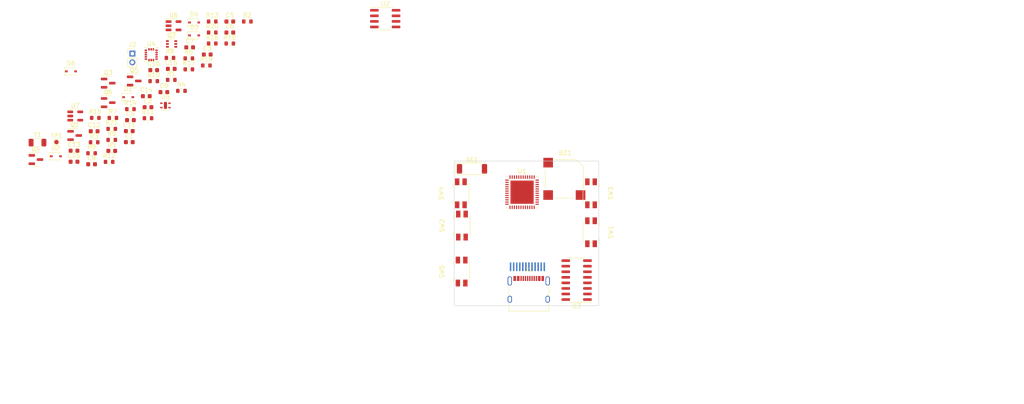
<source format=kicad_pcb>
(kicad_pcb (version 20211014) (generator pcbnew)
  (layers (0 "F.Cu" signal) (31 "B.Cu" signal) (34 "B.Paste" user) (35 "F.Paste" user) (36 "B.SilkS" user "B.Silkscreen") (37 "F.SilkS" user "F.Silkscreen") (38 "B.Mask" user) (39 "F.Mask" user) (44 "Edge.Cuts" user))
  (net 0 "")
  (net 1 "GND")
  (net 2 "Net-(C1-Pad2)")
  (net 3 "Net-(C2-Pad2)")
  (net 4 "+3V3")
  (net 5 "/BAT_DET")
  (net 6 "Net-(D2-Pad1)")
  (net 7 "Net-(D3-Pad2)")
  (net 8 "Net-(BZ1-Pad2)")
  (net 9 "/ESP_EN")
  (net 10 "+3.3VA")
  (net 11 "Net-(AE1-Pad1)")
  (net 12 "Net-(C10-Pad1)")
  (net 13 "+BATT")
  (net 14 "/VCC_SYS_IN")
  (net 15 "/GPIO21")
  (net 16 "/KEY1_RAW")
  (net 17 "/GPIO27")
  (net 18 "Net-(D5-Pad1)")
  (net 19 "/CH340_DTR")
  (net 20 "Net-(Q2-Pad5)")
  (net 21 "Net-(Q2-Pad2)")
  (net 22 "/KEY3")
  (net 23 "/CH340_RTS")
  (net 24 "/KEY4")
  (net 25 "/ESP_BOOT")
  (net 26 "/VCC_SYS")
  (net 27 "/BUZZ")
  (net 28 "/GPIO12")
  (net 32 "Net-(Q6-Pad3)")
  (net 33 "Net-(R1-Pad1)")
  (net 38 "/GPIO13")
  (net 39 "Net-(R4-Pad2)")
  (net 40 "Net-(R8-Pad2)")
  (net 41 "/CHG_DET")
  (net 42 "Net-(R21-Pad2)")
  (net 43 "/GPIO35")
  (net 44 "/GPIO5")
  (net 45 "/SENSOR_VP")
  (net 46 "/SENSOR_VN")
  (net 52 "/GPIO34")
  (net 53 "/GPIO32")
  (net 54 "/GPIO33")
  (net 61 "/GPIO14")
  (net 62 "/GPIO15")
  (net 64 "/GPIO2")
  (net 67 "VBUS")
  (net 68 "Net-(J1-PadB5)")
  (net 69 "/USB_PWR_DP")
  (net 70 "/USB_PWR_DM")
  (net 71 "Net-(J1-PadA5)")
  (net 72 "/GPIO4")
  (net 73 "/GPIO9")
  (net 74 "/GPIO10")
  (net 75 "/GPIO18")
  (net 76 "/GPIO23")
  (net 77 "/GPIO19")
  (net 78 "/CH340_TXD")
  (net 79 "/CH340_RXD")
  (footprint "Capacitor_SMD:C_0603_1608Metric" (layer "F.Cu") (at 101.172 91.602)
    (fp_text reference "C15" (at 0 -1.43) (layer "F.SilkS"))
    (fp_text value "100nF")
    (pad "1" smd roundrect locked (at -0.775 0) (size 0.9 0.95) (layers "F.Cu" "F.Paste" "F.Mask") (net 4 "+3V3"))
    (pad "2" smd roundrect locked (at 0.775 0) (size 0.9 0.95) (layers "F.Cu" "F.Paste" "F.Mask") (net 1 "GND"))
  )
  (footprint "Package_SO:SOIC-8_3.9x4.9mm_P1.27mm" (layer "F.Cu") (at 172.212 58.928)
    (fp_text reference "U2" (at 0 -3.4) (layer "F.SilkS"))
    (fp_text value "PCF8563T")
    (pad "1" smd roundrect locked (at -2.475 -1.905) (size 1.95 0.6) (layers "F.Cu" "F.Paste" "F.Mask") (net 2 "Net-(C1-Pad2)"))
    (pad "2" smd roundrect locked (at -2.475 -0.635) (size 1.95 0.6) (layers "F.Cu" "F.Paste" "F.Mask") (net 3 "Net-(C2-Pad2)"))
    (pad "3" smd roundrect locked (at -2.475 0.635) (size 1.95 0.6) (layers "F.Cu" "F.Paste" "F.Mask") (net 61 "/GPIO14"))
    (pad "4" smd roundrect locked (at -2.475 1.905) (size 1.95 0.6) (layers "F.Cu" "F.Paste" "F.Mask"))
    (pad "5" smd roundrect locked (at 2.475 1.905) (size 1.95 0.6) (layers "F.Cu" "F.Paste" "F.Mask") (net 74 "/GPIO10"))
    (pad "6" smd roundrect locked (at 2.475 0.635) (size 1.95 0.6) (layers "F.Cu" "F.Paste" "F.Mask") (net 73 "/GPIO9"))
    (pad "7" smd roundrect locked (at 2.475 -0.635) (size 1.95 0.6) (layers "F.Cu" "F.Paste" "F.Mask") (net 38 "/GPIO13"))
    (pad "8" smd roundrect locked (at 2.475 -1.905) (size 1.95 0.6) (layers "F.Cu" "F.Paste" "F.Mask") (net 4 "+3V3"))
  )
  (footprint "Resistor_SMD:R_0603_1608Metric" (layer "F.Cu") (at 125.692 75.422)
    (fp_text reference "R4" (at 0 -1.43) (layer "F.SilkS"))
    (fp_text value "20K")
    (pad "1" smd roundrect locked (at -0.825 0) (size 0.8 0.95) (layers "F.Cu" "F.Paste" "F.Mask") (net 4 "+3V3"))
    (pad "2" smd roundrect locked (at 0.825 0) (size 0.8 0.95) (layers "F.Cu" "F.Paste" "F.Mask") (net 39 "Net-(R4-Pad2)"))
  )
  (footprint "Package_TO_SOT_SMD:SOT-23" (layer "F.Cu") (at 114.912 73.162)
    (fp_text reference "Q5" (at 0 -2.4) (layer "F.SilkS"))
    (fp_text value "AO3400 Q_NMOS_GSD")
    (pad "1" smd roundrect locked (at -0.9375 -0.95) (size 1.475 0.6) (layers "F.Cu" "F.Paste" "F.Mask") (net 27 "/BUZZ"))
    (pad "2" smd roundrect locked (at -0.9375 0.95) (size 1.475 0.6) (layers "F.Cu" "F.Paste" "F.Mask") (net 1 "GND"))
    (pad "3" smd roundrect locked (at 0.9375 0) (size 1.475 0.6) (layers "F.Cu" "F.Paste" "F.Mask") (net 8 "Net-(BZ1-Pad2)"))
  )
  (footprint "Sensor_Humidity:Sensirion_DFN-4-1EP_2x2mm_P1mm_EP0.7x1.6mm" (layer "F.Cu") (at 122.042 78.742)
    (fp_text reference "U5" (at 0 -1.95) (layer "F.SilkS"))
    (fp_text value "SHTC3")
    (pad "1" smd roundrect locked (at -0.925 -0.5) (size 0.55 0.35) (layers "F.Cu" "F.Mask") (net 4 "+3V3"))
    (pad "2" smd roundrect locked (at -0.925 0.5) (size 0.55 0.35) (layers "F.Cu" "F.Mask") (net 62 "/GPIO15"))
    (pad "3" smd roundrect locked (at 0.925 0.5) (size 0.55 0.35) (layers "F.Cu" "F.Mask") (net 77 "/GPIO19"))
    (pad "4" smd roundrect locked (at 0.925 -0.5) (size 0.55 0.35) (layers "F.Cu" "F.Mask") (net 1 "GND"))
    (pad "5" smd roundrect locked (at 0 0) (size 0.7 1.6) (layers "F.Cu" "F.Mask"))
  )
  (footprint "Capacitor_SMD:C_0603_1608Metric" (layer "F.Cu") (at 109.782 89.122)
    (fp_text reference "D5" (at 0 -1.43) (layer "F.SilkS"))
    (fp_text value "LED_Small")
    (pad "1" smd roundrect locked (at -0.775 0) (size 0.9 0.95) (layers "F.Cu" "F.Paste" "F.Mask") (net 18 "Net-(D5-Pad1)"))
    (pad "2" smd roundrect locked (at 0.775 0) (size 0.9 0.95) (layers "F.Cu" "F.Paste" "F.Mask") (net 67 "VBUS"))
  )
  (footprint "Resistor_SMD:R_0603_1608Metric" (layer "F.Cu") (at 131.392 69.632)
    (fp_text reference "R19" (at 0 -1.43) (layer "F.SilkS"))
    (fp_text value "20K")
    (pad "1" smd roundrect locked (at -0.825 0) (size 0.8 0.95) (layers "F.Cu" "F.Paste" "F.Mask") (net 27 "/BUZZ"))
    (pad "2" smd roundrect locked (at 0.825 0) (size 0.8 0.95) (layers "F.Cu" "F.Paste" "F.Mask") (net 1 "GND"))
  )
  (footprint "Resistor_SMD:R_0603_1608Metric" (layer "F.Cu") (at 110.042 81.592)
    (fp_text reference "R7" (at 0 -1.43) (layer "F.SilkS"))
    (fp_text value "10K")
    (pad "1" smd roundrect locked (at -0.825 0) (size 0.8 0.95) (layers "F.Cu" "F.Paste" "F.Mask") (net 4 "+3V3"))
    (pad "2" smd roundrect locked (at 0.825 0) (size 0.8 0.95) (layers "F.Cu" "F.Paste" "F.Mask") (net 9 "/ESP_EN"))
  )
  (footprint "Capacitor_SMD:C_0603_1608Metric" (layer "F.Cu") (at 127.572 65.492)
    (fp_text reference "C7" (at 0 -1.43) (layer "F.SilkS"))
    (fp_text value "10nF")
    (pad "1" smd roundrect locked (at -0.775 0) (size 0.9 0.95) (layers "F.Cu" "F.Paste" "F.Mask") (net 4 "+3V3"))
    (pad "2" smd roundrect locked (at 0.775 0) (size 0.9 0.95) (layers "F.Cu" "F.Paste" "F.Mask") (net 1 "GND"))
  )
  (footprint "Capacitor_SMD:C_0603_1608Metric" (layer "F.Cu") (at 113.792 87.122)
    (fp_text reference "C1" (at 0 -1.43) (layer "F.SilkS"))
    (fp_text value "100nF")
    (pad "1" smd roundrect locked (at -0.775 0) (size 0.9 0.95) (layers "F.Cu" "F.Paste" "F.Mask") (net 1 "GND"))
    (pad "2" smd roundrect locked (at 0.775 0) (size 0.9 0.95) (layers "F.Cu" "F.Paste" "F.Mask") (net 2 "Net-(C1-Pad2)"))
  )
  (footprint "Package_TO_SOT_SMD:SOT-23" (layer "F.Cu") (at 108.972 78.112)
    (fp_text reference "Q6" (at 0 -2.4) (layer "F.SilkS"))
    (fp_text value "AO3400 Q_NMOS_GSD")
    (pad "1" smd roundrect locked (at -0.9375 -0.95) (size 1.475 0.6) (layers "F.Cu" "F.Paste" "F.Mask") (net 28 "/GPIO12"))
    (pad "2" smd roundrect locked (at -0.9375 0.95) (size 1.475 0.6) (layers "F.Cu" "F.Paste" "F.Mask") (net 1 "GND"))
    (pad "3" smd roundrect locked (at 0.9375 0) (size 1.475 0.6) (layers "F.Cu" "F.Paste" "F.Mask") (net 32 "Net-(Q6-Pad3)"))
  )
  (footprint "Button_Switch_SMD:Panasonic_EVQPUJ_EVQPUA" (layer "F.Cu") (at 189.484 98.806 90)
    (fp_text reference "SW4" (at 0 -4.5 90) (layer "F.SilkS"))
    (fp_text value "SW_Push")
    (pad "1" smd rect locked (at -2.625 -0.85 270) (size 1.55 1) (layers "F.Cu" "F.Paste" "F.Mask") (net 1 "GND"))
    (pad "1" smd rect locked (at 2.625 -0.85 270) (size 1.55 1) (layers "F.Cu" "F.Paste" "F.Mask") (net 1 "GND"))
    (pad "2" smd rect locked (at -2.625 0.85 270) (size 1.55 1) (layers "F.Cu" "F.Paste" "F.Mask") (net 24 "/KEY4"))
    (pad "2" smd rect locked (at 2.625 0.85 270) (size 1.55 1) (layers "F.Cu" "F.Paste" "F.Mask") (net 24 "/KEY4"))
  )
  (footprint "Resistor_SMD:R_0603_1608Metric" (layer "F.Cu") (at 132.722 62.102)
    (fp_text reference "R20" (at 0 -1.43) (layer "F.SilkS"))
    (fp_text value "10K")
    (pad "1" smd roundrect locked (at -0.825 0) (size 0.8 0.95) (layers "F.Cu" "F.Paste" "F.Mask") (net 1 "GND"))
    (pad "2" smd roundrect locked (at 0.825 0) (size 0.8 0.95) (layers "F.Cu" "F.Paste" "F.Mask") (net 28 "/GPIO12"))
  )
  (footprint "Diode_SMD:D_SOD-323" (layer "F.Cu") (at 97.042 90.352)
    (fp_text reference "D2" (at 0 -1.85) (layer "F.SilkS"))
    (fp_text value "D_Small")
    (pad "1" smd rect locked (at -1.05 0) (size 0.6 0.45) (layers "F.Cu" "F.Paste" "F.Mask") (net 6 "Net-(D2-Pad1)"))
    (pad "2" smd rect locked (at 1.05 0) (size 0.6 0.45) (layers "F.Cu" "F.Paste" "F.Mask") (net 15 "/GPIO21"))
  )
  (footprint "Capacitor_SMD:C_0603_1608Metric" (layer "F.Cu") (at 118.062 79.152)
    (fp_text reference "C2" (at 0 -1.43) (layer "F.SilkS"))
    (fp_text value "100nF")
    (pad "1" smd roundrect locked (at -0.775 0) (size 0.9 0.95) (layers "F.Cu" "F.Paste" "F.Mask") (net 1 "GND"))
    (pad "2" smd roundrect locked (at 0.775 0) (size 0.9 0.95) (layers "F.Cu" "F.Paste" "F.Mask") (net 3 "Net-(C2-Pad2)"))
  )
  (footprint "Resistor_SMD:R_0603_1608Metric" (layer "F.Cu") (at 132.722 59.592)
    (fp_text reference "R13" (at 0 -1.43) (layer "F.SilkS"))
    (fp_text value "10K")
    (pad "1" smd roundrect locked (at -0.825 0) (size 0.8 0.95) (layers "F.Cu" "F.Paste" "F.Mask") (net 4 "+3V3"))
    (pad "2" smd roundrect locked (at 0.825 0) (size 0.8 0.95) (layers "F.Cu" "F.Paste" "F.Mask") (net 41 "/CHG_DET"))
  )
  (footprint "Resistor_SMD:R_0603_1608Metric" (layer "F.Cu") (at 136.732 64.612)
    (fp_text reference "R18" (at 0 -1.43) (layer "F.SilkS"))
    (fp_text value "10K")
    (pad "1" smd roundrect locked (at -0.825 0) (size 0.8 0.95) (layers "F.Cu" "F.Paste" "F.Mask") (net 4 "+3V3"))
    (pad "2" smd roundrect locked (at 0.825 0) (size 0.8 0.95) (layers "F.Cu" "F.Paste" "F.Mask") (net 17 "/GPIO27"))
  )
  (footprint "Capacitor_SMD:C_0603_1608Metric" (layer "F.Cu") (at 131.582 67.122)
    (fp_text reference "C3" (at 0 -1.43) (layer "F.SilkS"))
    (fp_text value "100nF")
    (pad "1" smd roundrect locked (at -0.775 0) (size 0.9 0.95) (layers "F.Cu" "F.Paste" "F.Mask") (net 4 "+3V3"))
    (pad "2" smd roundrect locked (at 0.775 0) (size 0.9 0.95) (layers "F.Cu" "F.Paste" "F.Mask") (net 1 "GND"))
  )
  (footprint "Button_Switch_SMD:Panasonic_EVQPUJ_EVQPUA" (layer "F.Cu") (at 219.202 107.696 -90)
    (fp_text reference "SW1" (at 0 -4.5 90) (layer "F.SilkS"))
    (fp_text value "SW_Push")
    (pad "1" smd rect locked (at 2.625 -0.85 90) (size 1.55 1) (layers "F.Cu" "F.Paste" "F.Mask") (net 1 "GND"))
    (pad "1" smd rect locked (at -2.625 -0.85 90) (size 1.55 1) (layers "F.Cu" "F.Paste" "F.Mask") (net 1 "GND"))
    (pad "2" smd rect locked (at 2.625 0.85 90) (size 1.55 1) (layers "F.Cu" "F.Paste" "F.Mask") (net 16 "/KEY1_RAW"))
    (pad "2" smd rect locked (at -2.625 0.85 90) (size 1.55 1) (layers "F.Cu" "F.Paste" "F.Mask") (net 16 "/KEY1_RAW"))
  )
  (footprint "Capacitor_SMD:C_0603_1608Metric" (layer "F.Cu") (at 105.182 92.172)
    (fp_text reference "C8" (at 0 -1.43) (layer "F.SilkS"))
    (fp_text value "1uF")
    (pad "1" smd roundrect locked (at -0.775 0) (size 0.9 0.95) (layers "F.Cu" "F.Paste" "F.Mask") (net 9 "/ESP_EN"))
    (pad "2" smd roundrect locked (at 0.775 0) (size 0.9 0.95) (layers "F.Cu" "F.Paste" "F.Mask") (net 1 "GND"))
  )
  (footprint "Capacitor_SMD:C_0603_1608Metric" (layer "F.Cu") (at 136.732 59.592)
    (fp_text reference "C5" (at 0 -1.43) (layer "F.SilkS"))
    (fp_text value "2.2uF")
    (pad "1" smd roundrect locked (at -0.775 0) (size 0.9 0.95) (layers "F.Cu" "F.Paste" "F.Mask") (net 4 "+3V3"))
    (pad "2" smd roundrect locked (at 0.775 0) (size 0.9 0.95) (layers "F.Cu" "F.Paste" "F.Mask") (net 1 "GND"))
  )
  (footprint "Capacitor_SMD:C_0603_1608Metric" (layer "F.Cu") (at 105.772 84.642)
    (fp_text reference "C12" (at 0 -1.43) (layer "F.SilkS"))
    (fp_text value "10uF")
    (pad "1" smd roundrect locked (at -0.775 0) (size 0.9 0.95) (layers "F.Cu" "F.Paste" "F.Mask") (net 13 "+BATT"))
    (pad "2" smd roundrect locked (at 0.775 0) (size 0.9 0.95) (layers "F.Cu" "F.Paste" "F.Mask") (net 1 "GND"))
  )
  (footprint "Package_TO_SOT_SMD:SOT-23" (layer "F.Cu") (at 101.322 85.612)
    (fp_text reference "Q1" (at 0 -2.4) (layer "F.SilkS"))
    (fp_text value "AO3401 Q_PMOS_GSD")
    (pad "1" smd roundrect locked (at -0.9375 -0.95) (size 1.475 0.6) (layers "F.Cu" "F.Paste" "F.Mask") (net 67 "VBUS"))
    (pad "2" smd roundrect locked (at -0.9375 0.95) (size 1.475 0.6) (layers "F.Cu" "F.Paste" "F.Mask") (net 14 "/VCC_SYS_IN"))
    (pad "3" smd roundrect locked (at 0.9375 0) (size 1.475 0.6) (layers "F.Cu" "F.Paste" "F.Mask") (net 13 "+BATT"))
  )
  (footprint "Package_LGA:LGA-16_3x3mm_P0.5mm_LayoutBorder3x5y" (layer "F.Cu") (at 118.792 67.162)
    (fp_text reference "U4" (at 0 -2.45) (layer "F.SilkS"))
    (fp_text value "ICM-20602")
    (pad "1" smd roundrect locked (at -1.225 -1) (size 0.55 0.35) (layers "F.Cu" "F.Paste" "F.Mask") (net 4 "+3V3"))
    (pad "2" smd roundrect locked (at -1.225 -0.5) (size 0.55 0.35) (layers "F.Cu" "F.Paste" "F.Mask") (net 54 "/GPIO33"))
    (pad "3" smd roundrect locked (at -1.225 0) (size 0.55 0.35) (layers "F.Cu" "F.Paste" "F.Mask") (net 53 "/GPIO32"))
    (pad "4" smd roundrect locked (at -1.225 0.5) (size 0.55 0.35) (layers "F.Cu" "F.Paste" "F.Mask") (net 33 "Net-(R1-Pad1)"))
    (pad "5" smd roundrect locked (at -1.225 1) (size 0.55 0.35) (layers "F.Cu" "F.Paste" "F.Mask") (net 39 "Net-(R4-Pad2)"))
    (pad "6" smd roundrect locked (at -0.5 1.225) (size 0.35 0.55) (layers "F.Cu" "F.Paste" "F.Mask") (net 52 "/GPIO34"))
    (pad "7" smd roundrect locked (at 0 1.225) (size 0.35 0.55) (layers "F.Cu" "F.Paste" "F.Mask"))
    (pad "8" smd roundrect locked (at 0.5 1.225) (size 0.35 0.55) (layers "F.Cu" "F.Paste" "F.Mask") (net 1 "GND"))
    (pad "9" smd roundrect locked (at 1.225 1) (size 0.55 0.35) (layers "F.Cu" "F.Paste" "F.Mask") (net 1 "GND"))
    (pad "10" smd roundrect locked (at 1.225 0.5) (size 0.55 0.35) (layers "F.Cu" "F.Paste" "F.Mask") (net 1 "GND"))
    (pad "11" smd roundrect locked (at 1.225 0) (size 0.55 0.35) (layers "F.Cu" "F.Paste" "F.Mask") (net 1 "GND"))
    (pad "12" smd roundrect locked (at 1.225 -0.5) (size 0.55 0.35) (layers "F.Cu" "F.Paste" "F.Mask") (net 1 "GND"))
    (pad "13" smd roundrect locked (at 1.225 -1) (size 0.55 0.35) (layers "F.Cu" "F.Paste" "F.Mask") (net 1 "GND"))
    (pad "14" smd roundrect locked (at 0.5 -1.225) (size 0.35 0.55) (layers "F.Cu" "F.Paste" "F.Mask"))
    (pad "15" smd roundrect locked (at 0 -1.225) (size 0.35 0.55) (layers "F.Cu" "F.Paste" "F.Mask") (net 1 "GND"))
    (pad "16" smd roundrect locked (at -0.5 -1.225) (size 0.35 0.55) (layers "F.Cu" "F.Paste" "F.Mask") (net 4 "+3V3"))
  )
  (footprint "Diode_SMD:D_SOD-323" (layer "F.Cu") (at 128.592 59.812)
    (fp_text reference "D4" (at 0 -1.85) (layer "F.SilkS"))
    (fp_text value "D_Small")
    (pad "1" smd rect locked (at -1.05 0) (size 0.6 0.45) (layers "F.Cu" "F.Paste" "F.Mask") (net 16 "/KEY1_RAW"))
    (pad "2" smd rect locked (at 1.05 0) (size 0.6 0.45) (layers "F.Cu" "F.Paste" "F.Mask") (net 17 "/GPIO27"))
  )
  (footprint "Resistor_SMD:R_0603_1608Metric" (layer "F.Cu") (at 127.382 70.512)
    (fp_text reference "R17" (at 0 -1.43) (layer "F.SilkS"))
    (fp_text value "10K")
    (pad "1" smd roundrect locked (at -0.825 0) (size 0.8 0.95) (layers "F.Cu" "F.Paste" "F.Mask") (net 20 "Net-(Q2-Pad5)"))
    (pad "2" smd roundrect locked (at 0.825 0) (size 0.8 0.95) (layers "F.Cu" "F.Paste" "F.Mask") (net 19 "/CH340_DTR"))
  )
  (footprint "Resistor_SMD:R_0603_1608Metric" (layer "F.Cu") (at 127.382 68.002)
    (fp_text reference "R6" (at 0 -1.43) (layer "F.SilkS"))
    (fp_text value "20K")
    (pad "1" smd roundrect locked (at -0.825 0) (size 0.8 0.95) (layers "F.Cu" "F.Paste" "F.Mask") (net 14 "/VCC_SYS_IN"))
    (pad "2" smd roundrect locked (at 0.825 0) (size 0.8 0.95) (layers "F.Cu" "F.Paste" "F.Mask") (net 7 "Net-(D3-Pad2)"))
  )
  (footprint "Capacitor_SMD:C_0603_1608Metric" (layer "F.Cu") (at 101.172 89.092)
    (fp_text reference "C13" (at 0 -1.43) (layer "F.SilkS"))
    (fp_text value "100nF")
    (pad "1" smd roundrect locked (at -0.775 0) (size 0.9 0.95) (layers "F.Cu" "F.Paste" "F.Mask") (net 13 "+BATT"))
    (pad "2" smd roundrect locked (at 0.775 0) (size 0.9 0.95) (layers "F.Cu" "F.Paste" "F.Mask") (net 1 "GND"))
  )
  (footprint "Resistor_SMD:R_0603_1608Metric" (layer "F.Cu") (at 106.032 81.592)
    (fp_text reference "R15" (at 0 -1.43) (layer "F.SilkS"))
    (fp_text value "100K")
    (pad "1" smd roundrect locked (at -0.825 0) (size 0.8 0.95) (layers "F.Cu" "F.Paste" "F.Mask") (net 5 "/BAT_DET"))
    (pad "2" smd roundrect locked (at 0.825 0) (size 0.8 0.95) (layers "F.Cu" "F.Paste" "F.Mask") (net 1 "GND"))
  )
  (footprint "Resistor_SMD:R_0603_1608Metric" (layer "F.Cu") (at 132.722 64.612)
    (fp_text reference "R16" (at 0 -1.43) (layer "F.SilkS"))
    (fp_text value "10K")
    (pad "1" smd roundrect locked (at -0.825 0) (size 0.8 0.95) (layers "F.Cu" "F.Paste" "F.Mask") (net 23 "/CH340_RTS"))
    (pad "2" smd roundrect locked (at 0.825 0) (size 0.8 0.95) (layers "F.Cu" "F.Paste" "F.Mask") (net 21 "Net-(Q2-Pad2)"))
  )
  (footprint "Resistor_SMD:R_0603_1608Metric" (layer "F.Cu") (at 123.372 72.912)
    (fp_text reference "R1" (at 0 -1.43) (layer "F.SilkS"))
    (fp_text value "20K")
    (pad "1" smd roundrect locked (at -0.825 0) (size 0.8 0.95) (layers "F.Cu" "F.Paste" "F.Mask") (net 33 "Net-(R1-Pad1)"))
    (pad "2" smd roundrect locked (at 0.825 0) (size 0.8 0.95) (layers "F.Cu" "F.Paste" "F.Mask") (net 1 "GND"))
  )
  (footprint "Package_TO_SOT_SMD:SOT-23-5" (layer "F.Cu") (at 101.452 81.162)
    (fp_text reference "U7" (at 0 -2.4) (layer "F.SilkS"))
    (fp_text value "MCP73831-2-OT")
    (pad "1" smd roundrect locked (at -1.1375 -0.95) (size 1.325 0.6) (layers "F.Cu" "F.Paste" "F.Mask") (net 41 "/CHG_DET"))
    (pad "2" smd roundrect locked (at -1.1375 0) (size 1.325 0.6) (layers "F.Cu" "F.Paste" "F.Mask") (net 1 "GND"))
    (pad "3" smd roundrect locked (at -1.1375 0.95) (size 1.325 0.6) (layers "F.Cu" "F.Paste" "F.Mask") (net 13 "+BATT"))
    (pad "4" smd roundrect locked (at 1.1375 0.95) (size 1.325 0.6) (layers "F.Cu" "F.Paste" "F.Mask") (net 67 "VBUS"))
    (pad "5" smd roundrect locked (at 1.1375 -0.95) (size 1.325 0.6) (layers "F.Cu" "F.Paste" "F.Mask") (net 40 "Net-(R8-Pad2)"))
  )
  (footprint "Package_TO_SOT_SMD:SOT-23-5" (layer "F.Cu") (at 123.892 60.562)
    (fp_text reference "U6" (at 0 -2.4) (layer "F.SilkS"))
    (fp_text value "MIC5219-3.3YM5")
    (pad "1" smd roundrect locked (at -1.1375 -0.95) (size 1.325 0.6) (layers "F.Cu" "F.Paste" "F.Mask") (net 26 "/VCC_SYS"))
    (pad "2" smd roundrect locked (at -1.1375 0) (size 1.325 0.6) (layers "F.Cu" "F.Paste" "F.Mask") (net 1 "GND"))
    (pad "3" smd roundrect locked (at -1.1375 0.95) (size 1.325 0.6) (layers "F.Cu" "F.Paste" "F.Mask") (net 26 "/VCC_SYS"))
    (pad "4" smd roundrect locked (at 1.1375 0.95) (size 1.325 0.6) (layers "F.Cu" "F.Paste" "F.Mask") (net 12 "Net-(C10-Pad1)"))
    (pad "5" smd roundrect locked (at 1.1375 -0.95) (size 1.325 0.6) (layers "F.Cu" "F.Paste" "F.Mask") (net 4 "+3V3"))
  )
  (footprint "Resistor_SMD:R_0603_1608Metric" (layer "F.Cu") (at 109.782 84.102)
    (fp_text reference "R21" (at 0 -1.43) (layer "F.SilkS"))
    (fp_text value "10R")
    (pad "1" smd roundrect locked (at -0.825 0) (size 0.8 0.95) (layers "F.Cu" "F.Paste" "F.Mask") (net 32 "Net-(Q6-Pad3)"))
    (pad "2" smd roundrect locked (at 0.825 0) (size 0.8 0.95) (layers "F.Cu" "F.Paste" "F.Mask") (net 42 "Net-(R21-Pad2)"))
  )
  (footprint "RF_Antenna:Johanson_2450AT43F0100" (layer "F.Cu") (at 192.024 93.218)
    (fp_text reference "AE1" (at 0 -2.05) (layer "F.SilkS"))
    (fp_text value "Antenna")
    (pad "1" smd roundrect locked (at -2.85 0) (size 1.2 2.2) (layers "F.Cu" "F.Paste" "F.Mask") (roundrect_rratio 0.208333) (net 11 "Net-(AE1-Pad1)"))
    (pad "2" smd roundrect locked (at 2.85 0) (size 1.2 2.2) (layers "F.Cu" "F.Paste" "F.Mask") (roundrect_rratio 0.208333))
  )
  (footprint "Capacitor_SMD:C_0603_1608Metric" (layer "F.Cu") (at 119.362 70.692)
    (fp_text reference "C10" (at 0 -1.43) (layer "F.SilkS"))
    (fp_text value "10nF")
    (pad "1" smd roundrect locked (at -0.775 0) (size 0.9 0.95) (layers "F.Cu" "F.Paste" "F.Mask") (net 12 "Net-(C10-Pad1)"))
    (pad "2" smd roundrect locked (at 0.775 0) (size 0.9 0.95) (layers "F.Cu" "F.Paste" "F.Mask") (net 1 "GND"))
  )
  (footprint "Buzzer_Beeper:MagneticBuzzer_Kobitone_254-EMB84Q-RO" (layer "F.Cu") (at 213.106 95.504)
    (fp_text reference "BZ1" (at 0.2 -5.9) (layer "F.SilkS"))
    (fp_text value "Buzzer")
    (pad "1" smd rect locked (at -3.7 -3.7 270) (size 2.195 2.195) (layers "F.Cu" "F.Paste" "F.Mask") (net 4 "+3V3"))
    (pad "2" smd rect locked (at -3.7 3.7 270) (size 2.195 2.195) (layers "F.Cu" "F.Paste" "F.Mask") (net 8 "Net-(BZ1-Pad2)"))
    (pad "3" smd rect locked (at 3.7 3.7 270) (size 2.195 2.195) (layers "F.Cu" "F.Paste" "F.Mask"))
  )
  (footprint "Resistor_SMD:R_0603_1608Metric" (layer "F.Cu") (at 109.782 86.612)
    (fp_text reference "R5" (at 0 -1.43) (layer "F.SilkS"))
    (fp_text value "20K")
    (pad "1" smd roundrect locked (at -0.825 0) (size 0.8 0.95) (layers "F.Cu" "F.Paste" "F.Mask") (net 6 "Net-(D2-Pad1)"))
    (pad "2" smd roundrect locked (at 0.825 0) (size 0.8 0.95) (layers "F.Cu" "F.Paste" "F.Mask") (net 1 "GND"))
  )
  (footprint "Button_Switch_SMD:Panasonic_EVQPUJ_EVQPUA" (layer "F.Cu") (at 189.65 116.671 90)
    (fp_text reference "SW5" (at 0 -4.5 90) (layer "F.SilkS"))
    (fp_text value "SW_Push")
    (pad "1" smd rect locked (at -2.625 -0.85 270) (size 1.55 1) (layers "F.Cu" "F.Paste" "F.Mask") (net 1 "GND"))
    (pad "1" smd rect locked (at 2.625 -0.85 270) (size 1.55 1) (layers "F.Cu" "F.Paste" "F.Mask") (net 1 "GND"))
    (pad "2" smd rect locked (at 2.625 0.85 270) (size 1.55 1) (layers "F.Cu" "F.Paste" "F.Mask") (net 44 "/GPIO5"))
    (pad "2" smd rect locked (at -2.625 0.85 270) (size 1.55 1) (layers "F.Cu" "F.Paste" "F.Mask") (net 44 "/GPIO5"))
  )
  (footprint "Capacitor_SMD:C_0603_1608Metric" (layer "F.Cu") (at 121.682 75.712)
    (fp_text reference "C9" (at 0 -1.43) (layer "F.SilkS"))
    (fp_text value "10uF")
    (pad "1" smd roundrect locked (at -0.775 0) (size 0.9 0.95) (layers "F.Cu" "F.Paste" "F.Mask") (net 1 "GND"))
    (pad "2" smd roundrect locked (at 0.775 0) (size 0.9 0.95) (layers "F.Cu" "F.Paste" "F.Mask") (net 67 "VBUS"))
  )
  (footprint "Resistor_SMD:R_0603_1608Metric" (layer "F.Cu") (at 105.182 89.662)
    (fp_text reference "R9" (at 0 -1.43) (layer "F.SilkS"))
    (fp_text value "5.1K")
    (pad "1" smd roundrect locked (at -0.825 0) (size 0.8 0.95) (layers "F.Cu" "F.Paste" "F.Mask") (net 68 "Net-(J1-PadB5)"))
    (pad "2" smd roundrect locked (at 0.825 0) (size 0.8 0.95) (layers "F.Cu" "F.Paste" "F.Mask") (net 1 "GND"))
  )
  (footprint "Package_TO_SOT_SMD:SOT-363_SC-70-6" (layer "F.Cu") (at 123.442 64.712)
    (fp_text reference "Q2" (at 0 -2) (layer "F.SilkS"))
    (fp_text value "BC847BS")
    (pad "1" smd rect locked (at -0.95 -0.65) (size 0.65 0.4) (layers "F.Cu" "F.Paste" "F.Mask") (net 19 "/CH340_DTR"))
    (pad "2" smd rect locked (at -0.95 0) (size 0.65 0.4) (layers "F.Cu" "F.Paste" "F.Mask") (net 21 "Net-(Q2-Pad2)"))
    (pad "3" smd rect locked (at -0.95 0.65) (size 0.65 0.4) (layers "F.Cu" "F.Paste" "F.Mask") (net 9 "/ESP_EN"))
    (pad "4" smd rect locked (at 0.95 0.65) (size 0.65 0.4) (layers "F.Cu" "F.Paste" "F.Mask") (net 23 "/CH340_RTS"))
    (pad "5" smd rect locked (at 0.95 0) (size 0.65 0.4) (layers "F.Cu" "F.Paste" "F.Mask") (net 20 "Net-(Q2-Pad5)"))
    (pad "6" smd rect locked (at 0.95 -0.65) (size 0.65 0.4) (layers "F.Cu" "F.Paste" "F.Mask") (net 25 "/ESP_BOOT"))
  )
  (footprint "Package_SO:SOIC-16_3.9x9.9mm_P1.27mm" (layer "F.Cu") (at 215.9 118.618 180)
    (fp_text reference "U3" (at 0 -5.9) (layer "F.SilkS"))
    (fp_text value "CH340C")
    (pad "1" smd roundrect locked (at -2.475 -4.445 180) (size 1.95 0.6) (layers "F.Cu" "F.Paste" "F.Mask") (net 1 "GND"))
    (pad "2" smd roundrect locked (at -2.475 -3.175 180) (size 1.95 0.6) (layers "F.Cu" "F.Paste" "F.Mask") (net 78 "/CH340_TXD"))
    (pad "3" smd roundrect locked (at -2.475 -1.905 180) (size 1.95 0.6) (layers "F.Cu" "F.Paste" "F.Mask") (net 79 "/CH340_RXD"))
    (pad "4" smd roundrect locked (at -2.475 -0.635 180) (size 1.95 0.6) (layers "F.Cu" "F.Paste" "F.Mask") (net 4 "+3V3"))
    (pad "5" smd roundrect locked (at -2.475 0.635 180) (size 1.95 0.6) (layers "F.Cu" "F.Paste" "F.Mask") (net 69 "/USB_PWR_DP"))
    (pad "6" smd roundrect locked (at -2.475 1.905 180) (size 1.95 0.6) (layers "F.Cu" "F.Paste" "F.Mask") (net 70 "/USB_PWR_DM"))
    (pad "7" smd roundrect locked (at -2.475 3.175 180) (size 1.95 0.6) (layers "F.Cu" "F.Paste" "F.Mask"))
    (pad "8" smd roundrect locked (at -2.475 4.445 180) (size 1.95 0.6) (layers "F.Cu" "F.Paste" "F.Mask"))
    (pad "9" smd roundrect locked (at 2.475 4.445 180) (size 1.95 0.6) (layers "F.Cu" "F.Paste" "F.Mask"))
    (pad "10" smd roundrect locked (at 2.475 3.175 180) (size 1.95 0.6) (layers "F.Cu" "F.Paste" "F.Mask"))
    (pad "11" smd roundrect locked (at 2.475 1.905 180) (size 1.95 0.6) (layers "F.Cu" "F.Paste" "F.Mask"))
    (pad "12" smd roundrect locked (at 2.475 0.635 180) (size 1.95 0.6) (layers "F.Cu" "F.Paste" "F.Mask"))
    (pad "13" smd roundrect locked (at 2.475 -0.635 180) (size 1.95 0.6) (layers "F.Cu" "F.Paste" "F.Mask") (net 19 "/CH340_DTR"))
    (pad "14" smd roundrect locked (at 2.475 -1.905 180) (size 1.95 0.6) (layers "F.Cu" "F.Paste" "F.Mask") (net 23 "/CH340_RTS"))
    (pad "15" smd roundrect locked (at 2.475 -3.175 180) (size 1.95 0.6) (layers "F.Cu" "F.Paste" "F.Mask"))
    (pad "16" smd roundrect locked (at 2.475 -4.445 180) (size 1.95 0.6) (layers "F.Cu" "F.Paste" "F.Mask") (net 4 "+3V3"))
  )
  (footprint "Diode_SMD:D_SOD-323" (layer "F.Cu") (at 100.472 70.962)
    (fp_text reference "D6" (at 0 -1.85) (layer "F.SilkS"))
    (fp_text value "D_Small")
    (pad "1" smd rect locked (at -1.05 0) (size 0.6 0.45) (layers "F.Cu" "F.Paste" "F.Mask") (net 4 "+3V3"))
    (pad "2" smd rect locked (at 1.05 0) (size 0.6 0.45) (layers "F.Cu" "F.Paste" "F.Mask") (net 8 "Net-(BZ1-Pad2)"))
  )
  (footprint "Resistor_SMD:R_0603_1608Metric" (layer "F.Cu") (at 109.192 91.632)
    (fp_text reference "R12" (at 0 -1.43) (layer "F.SilkS"))
    (fp_text value "1K")
    (pad "1" smd roundrect locked (at -0.825 0) (size 0.8 0.95) (layers "F.Cu" "F.Paste" "F.Mask") (net 41 "/CHG_DET"))
    (pad "2" smd roundrect locked (at 0.825 0) (size 0.8 0.95) (layers "F.Cu" "F.Paste" "F.Mask") (net 18 "Net-(D5-Pad1)"))
  )
  (footprint "Resistor_SMD:R_0603_1608Metric" (layer "F.Cu") (at 140.742 59.592)
    (fp_text reference "R2" (at 0 -1.43) (layer "F.SilkS"))
    (fp_text value "10K")
    (pad "1" smd roundrect locked (at -0.825 0) (size 0.8 0.95) (layers "F.Cu" "F.Paste" "F.Mask") (net 4 "+3V3"))
    (pad "2" smd roundrect locked (at 0.825 0) (size 0.8 0.95) (layers "F.Cu" "F.Paste" "F.Mask") (net 38 "/GPIO13"))
  )
  (footprint "Diode_SMD:D_SOD-323" (layer "F.Cu") (at 128.592 62.762)
    (fp_text reference "D3" (at 0 -1.85) (layer "F.SilkS"))
    (fp_text value "D_Small")
    (pad "1" smd rect locked (at -1.05 0) (size 0.6 0.45) (layers "F.Cu" "F.Paste" "F.Mask") (net 16 "/KEY1_RAW"))
    (pad "2" smd rect locked (at 1.05 0) (size 0.6 0.45) (layers "F.Cu" "F.Paste" "F.Mask") (net 7 "Net-(D3-Pad2)"))
  )
  (footprint "Connector_PinHeader_2.00mm:PinHeader_1x02_P2.00mm_Vertical" (layer "F.Cu") (at 114.492 66.912)
    (fp_text reference "J2" (at 0 -2.06) (layer "F.SilkS"))
    (fp_text value "Conn_01x02")
    (pad "1" thru_hole rect locked (at 0 0) (size 1.35 1.35) (drill 0.8) (layers *.Cu *.Mask) (net 13 "+BATT"))
    (pad "2" thru_hole oval locked (at 0 2) (size 1.35 1.35) (drill 0.8) (layers *.Cu *.Mask) (net 1 "GND"))
  )
  (footprint "Capacitor_SMD:C_0603_1608Metric" (layer "F.Cu") (at 114.052 82.102)
    (fp_text reference "C4" (at 0 -1.43) (layer "F.SilkS"))
    (fp_text value "100nF")
    (pad "1" smd roundrect locked (at -0.775 0) (size 0.9 0.95) (layers "F.Cu" "F.Paste" "F.Mask") (net 1 "GND"))
    (pad "2" smd roundrect locked (at 0.775 0) (size 0.9 0.95) (layers "F.Cu" "F.Paste" "F.Mask") (net 10 "+3.3VA"))
  )
  (footprint "Package_TO_SOT_SMD:SOT-23" (layer "F.Cu") (at 92.472 91.102)
    (fp_text reference "Q4" (at 0 -2.4) (layer "F.SilkS"))
    (fp_text value "AO3401 Q_PMOS_GSD")
    (pad "1" smd roundrect locked (at -0.9375 -0.95) (size 1.475 0.6) (layers "F.Cu" "F.Paste" "F.Mask") (net 7 "Net-(D3-Pad2)"))
    (pad "2" smd roundrect locked (at -0.9375 0.95) (size 1.475 0.6) (layers "F.Cu" "F.Paste" "F.Mask") (net 26 "/VCC_SYS"))
    (pad "3" smd roundrect locked (at 0.9375 0) (size 1.475 0.6) (layers "F.Cu" "F.Paste" "F.Mask") (net 14 "/VCC_SYS_IN"))
  )
  (footprint "Resistor_SMD:R_0603_1608Metric" (layer "F.Cu") (at 105.772 87.152)
    (fp_text reference "R3" (at 0 -1.43) (layer "F.SilkS"))
    (fp_text value "0R")
    (pad "1" smd roundrect locked (at -0.825 0) (size 0.8 0.95) (layers "F.Cu" "F.Paste" "F.Mask") (net 4 "+3V3"))
    (pad "2" smd roundrect locked (at 0.825 0) (size 0.8 0.95) (layers "F.Cu" "F.Paste" "F.Mask") (net 10 "+3.3VA"))
  )
  (footprint "Capacitor_SMD:C_0603_1608Metric" (layer "F.Cu") (at 136.732 62.102)
    (fp_text reference "C6" (at 0 -1.43) (layer "F.SilkS"))
    (fp_text value "100nF")
    (pad "1" smd roundrect locked (at -0.775 0) (size 0.9 0.95) (layers "F.Cu" "F.Paste" "F.Mask") (net 4 "+3V3"))
    (pad "2" smd roundrect locked (at 0.775 0) (size 0.9 0.95) (layers "F.Cu" "F.Paste" "F.Mask") (net 1 "GND"))
  )
  (footprint "Resistor_SMD:R_0603_1608Metric" (layer "F.Cu") (at 118.062 81.662)
    (fp_text reference "R11" (at 0 -1.43) (layer "F.SilkS"))
    (fp_text value "10K")
    (pad "1" smd roundrect locked (at -0.825 0) (size 0.8 0.95) (layers "F.Cu" "F.Paste" "F.Mask") (net 67 "VBUS"))
    (pad "2" smd roundrect locked (at 0.825 0) (size 0.8 0.95) (layers "F.Cu" "F.Paste" "F.Mask") (net 1 "GND"))
  )
  (footprint "Button_Switch_SMD:Panasonic_EVQPUJ_EVQPUA" (layer "F.Cu") (at 219.202 98.806 -90)
    (fp_text reference "SW3" (at 0 -4.5 90) (layer "F.SilkS"))
    (fp_text value "SW_Push")
    (pad "1" smd rect locked (at -2.625 -0.85 90) (size 1.55 1) (layers "F.Cu" "F.Paste" "F.Mask") (net 1 "GND"))
    (pad "1" smd rect locked (at 2.625 -0.85 90) (size 1.55 1) (layers "F.Cu" "F.Paste" "F.Mask") (net 1 "GND"))
    (pad "2" smd rect locked (at -2.625 0.85 90) (size 1.55 1) (layers "F.Cu" "F.Paste" "F.Mask") (net 22 "/KEY3"))
    (pad "2" smd rect locked (at 2.625 0.85 90) (size 1.55 1) (layers "F.Cu" "F.Paste" "F.Mask") (net 22 "/KEY3"))
  )
  (footprint "Resistor_SMD:R_0603_1608Metric" (layer "F.Cu") (at 123.072 67.892)
    (fp_text reference "R8" (at 0 -1.43) (layer "F.SilkS"))
    (fp_text value "2K")
    (pad "1" smd roundrect locked (at -0.825 0) (size 0.8 0.95) (layers "F.Cu" "F.Paste" "F.Mask") (net 1 "GND"))
    (pad "2" smd roundrect locked (at 0.825 0) (size 0.8 0.95) (layers "F.Cu" "F.Paste" "F.Mask") (net 40 "Net-(R8-Pad2)"))
  )
  (footprint "Capacitor_SMD:C_0603_1608Metric" (layer "F.Cu") (at 123.372 70.402)
    (fp_text reference "C16" (at 0 -1.43) (layer "F.SilkS"))
    (fp_text value "100nF")
    (pad "1" smd roundrect locked (at -0.775 0) (size 0.9 0.95) (layers "F.Cu" "F.Paste" "F.Mask") (net 4 "+3V3"))
    (pad "2" smd roundrect locked (at 0.775 0) (size 0.9 0.95) (layers "F.Cu" "F.Paste" "F.Mask") (net 1 "GND"))
  )
  (footprint "TestPoint:TestPoint_Pad_D1.0mm" (layer "F.Cu") (at 97.162 87.112)
    (fp_text reference "TP1" (at 0 -1.448) (layer "F.SilkS"))
    (fp_text value "TestPoint")
    (pad "1" smd circle locked (at 0 0) (size 1 1) (layers "F.Cu" "F.Mask") (net 9 "/ESP_EN"))
  )
  (footprint "Resistor_SMD:R_0603_1608Metric" (layer "F.Cu") (at 114.052 79.592)
    (fp_text reference "R14" (at 0 -1.43) (layer "F.SilkS"))
    (fp_text value "100K")
    (pad "1" smd roundrect locked (at -0.825 0) (size 0.8 0.95) (layers "F.Cu" "F.Paste" "F.Mask") (net 13 "+BATT"))
    (pad "2" smd roundrect locked (at 0.825 0) (size 0.8 0.95) (layers "F.Cu" "F.Paste" "F.Mask") (net 5 "/BAT_DET"))
  )
  (footprint "Capacitor_SMD:C_0603_1608Metric" (layer "F.Cu") (at 117.672 76.642)
    (fp_text reference "C14" (at 0 -1.43) (layer "F.SilkS"))
    (fp_text value "0.1uF")
    (pad "1" smd roundrect locked (at -0.775 0) (size 0.9 0.95) (layers "F.Cu" "F.Paste" "F.Mask") (net 5 "/BAT_DET"))
    (pad "2" smd roundrect locked (at 0.775 0) (size 0.9 0.95) (layers "F.Cu" "F.Paste" "F.Mask") (net 1 "GND"))
  )
  (footprint "Connector_USB:USB_C_Receptacle_XKB_U262-16XN-4BVC11" (layer "F.Cu") (at 204.978 121.92)
    (fp_text reference "J1" (at 0 -5.715) (layer "F.SilkS"))
    (fp_text value "USB_C_Receptacle")
    (pad "" np_thru_hole circle locked (at 2.89 -2.605) (size 0.65 0.65) (drill 0.65) (layers *.Cu *.Mask))
    (pad "" np_thru_hole circle locked (at -2.89 -2.605) (size 0.65 0.65) (drill 0.65) (layers *.Cu *.Mask))
    (pad "A1" smd rect locked (at -3.35 -3.67) (size 0.3 1.15) (layers "F.Cu" "F.Paste" "F.Mask") (net 1 "GND"))
    (pad "A4" smd rect locked (at -2.55 -3.67) (size 0.3 1.15) (layers "F.Cu" "F.Paste" "F.Mask") (net 67 "VBUS"))
    (pad "A5" smd rect locked (at -1.25 -3.67) (size 0.3 1.15) (layers "F.Cu" "F.Paste" "F.Mask") (net 71 "Net-(J1-PadA5)"))
    (pad "A6" smd rect locked (at -0.25 -3.67) (size 0.3 1.15) (layers "F.Cu" "F.Paste" "F.Mask") (net 69 "/USB_PWR_DP"))
    (pad "A7" smd rect locked (at 0.25 -3.67) (size 0.3 1.15) (layers "F.Cu" "F.Paste" "F.Mask") (net 70 "/USB_PWR_DM"))
    (pad "A8" smd rect locked (at 1.25 -3.67) (size 0.3 1.15) (layers "F.Cu" "F.Paste" "F.Mask"))
    (pad "A9" smd rect locked (at 2.55 -3.67) (size 0.3 1.15) (layers "F.Cu" "F.Paste" "F.Mask") (net 67 "VBUS"))
    (pad "A12" smd rect locked (at 3.35 -3.67) (size 0.3 1.15) (layers "F.Cu" "F.Paste" "F.Mask") (net 1 "GND"))
    (pad "B1" smd rect locked (at 3.05 -3.67) (size 0.3 1.15) (layers "F.Cu" "F.Paste" "F.Mask") (net 1 "GND"))
    (pad "B4" smd rect locked (at 2.25 -3.67) (size 0.3 1.15) (layers "F.Cu" "F.Paste" "F.Mask") (net 67 "VBUS"))
    (pad "B5" smd rect locked (at 1.75 -3.67) (size 0.3 1.15) (layers "F.Cu" "F.Paste" "F.Mask") (net 68 "Net-(J1-PadB5)"))
    (pad "B6" smd rect locked (at 0.75 -3.67) (size 0.3 1.15) (layers "F.Cu" "F.Paste" "F.Mask") (net 69 "/USB_PWR_DP"))
    (pad "B7" smd rect locked (at -0.75 -3.67) (size 0.3 1.15) (layers "F.Cu" "F.Paste" "F.Mask") (net 70 "/USB_PWR_DM"))
    (pad "B8" smd rect locked (at -1.75 -3.67) (size 0.3 1.15) (layers "F.Cu" "F.Paste" "F.Mask"))
    (pad "B9" smd rect locked (at -2.25 -3.67) (size 0.3 1.15) (layers "F.Cu" "F.Paste" "F.Mask") (net 67 "VBUS"))
    (pad "B12" smd rect locked (at -3.05 -3.67) (size 0.3 1.15) (layers "F.Cu" "F.Paste" "F.Mask") (net 1 "GND"))
    (pad "S1" thru_hole oval locked (at -4.32 1.075) (size 1 1.6) (drill oval 0.6 1.2) (layers *.Cu *.Mask) (net 1 "GND"))
    (pad "S1" thru_hole oval locked (at 4.32 -3.105) (size 1 2.1) (drill oval 0.6 1.7) (layers *.Cu *.Mask) (net 1 "GND"))
    (pad "S1" thru_hole oval locked (at 4.32 1.075) (size 1 1.6) (drill oval 0.6 1.2) (layers *.Cu *.Mask) (net 1 "GND"))
    (pad "S1" thru_hole oval locked (at -4.32 -3.105) (size 1 2.1) (drill oval 0.6 1.7) (layers *.Cu *.Mask) (net 1 "GND"))
  )
  (footprint "Resistor_SMD:R_1206_3216Metric" (layer "F.Cu") (at 92.832 87.232)
    (fp_text reference "Y1" (at 0 -1.82) (layer "F.SilkS"))
    (fp_text value "Crystal_Small")
    (pad "1" smd roundrect locked (at -1.4625 0) (size 1.125 1.75) (layers "F.Cu" "F.Paste" "F.Mask") (roundrect_rratio 0.222222) (net 3 "Net-(C2-Pad2)"))
    (pad "2" smd roundrect locked (at 1.4625 0) (size 1.125 1.75) (layers "F.Cu" "F.Paste" "F.Mask") (roundrect_rratio 0.222222) (net 2 "Net-(C1-Pad2)"))
  )
  (footprint "Button_Switch_SMD:Panasonic_EVQPUJ_EVQPUA" (layer "F.Cu") (at 189.73 106.172 90)
    (fp_text reference "SW2" (at 0 -4.5 90) (layer "F.SilkS"))
    (fp_text value "SW_Push")
    (pad "1" smd rect locked (at 2.625 -0.85 270) (size 1.55 1) (layers "F.Cu" "F.Paste" "F.Mask") (net 1 "GND"))
    (pad "1" smd rect locked (at -2.625 -0.85 270) (size 1.55 1) (layers "F.Cu" "F.Paste" "F.Mask") (net 1 "GND"))
    (pad "2" smd rect locked (at -2.625 0.85 270) (size 1.55 1) (layers "F.Cu" "F.Paste" "F.Mask") (net 43 "/GPIO35"))
    (pad "2" smd rect locked (at 2.625 0.85 270) (size 1.55 1) (layers "F.Cu" "F.Paste" "F.Mask") (net 43 "/GPIO35"))
  )
  (footprint "Package_DFN_QFN:QFN-48-1EP_7x7mm_P0.5mm_EP5.3x5.3mm" (layer "F.Cu") (at 203.454 98.552)
    (fp_text reference "U1" (at 0 -4.8) (layer "F.SilkS"))
    (fp_text value "ESP32-PICO-D4")
    (pad "1" smd roundrect locked (at -3.45 -2.75) (size 0.8 0.25) (layers "F.Cu" "F.Paste" "F.Mask") (net 10 "+3.3VA"))
    (pad "2" smd roundrect locked (at -3.45 -2.25) (size 0.8 0.25) (layers "F.Cu" "F.Paste" "F.Mask") (net 11 "Net-(AE1-Pad1)"))
    (pad "3" smd roundrect locked (at -3.45 -1.75) (size 0.8 0.25) (layers "F.Cu" "F.Paste" "F.Mask") (net 10 "+3.3VA"))
    (pad "4" smd roundrect locked (at -3.45 -1.25) (size 0.8 0.25) (layers "F.Cu" "F.Paste" "F.Mask") (net 10 "+3.3VA"))
    (pad "5" smd roundrect locked (at -3.45 -0.75) (size 0.8 0.25) (layers "F.Cu" "F.Paste" "F.Mask") (net 45 "/SENSOR_VP"))
    (pad "6" smd roundrect locked (at -3.45 -0.25) (size 0.8 0.25) (layers "F.Cu" "F.Paste" "F.Mask") (net 5 "/BAT_DET"))
    (pad "7" smd roundrect locked (at -3.45 0.25) (size 0.8 0.25) (layers "F.Cu" "F.Paste" "F.Mask") (net 41 "/CHG_DET"))
    (pad "8" smd roundrect locked (at -3.45 0.75) (size 0.8 0.25) (layers "F.Cu" "F.Paste" "F.Mask") (net 46 "/SENSOR_VN"))
    (pad "9" smd roundrect locked (at -3.45 1.25) (size 0.8 0.25) (layers "F.Cu" "F.Paste" "F.Mask") (net 9 "/ESP_EN"))
    (pad "10" smd roundrect locked (at -3.45 1.75) (size 0.8 0.25) (layers "F.Cu" "F.Paste" "F.Mask") (net 52 "/GPIO34"))
    (pad "11" smd roundrect locked (at -3.45 2.25) (size 0.8 0.25) (layers "F.Cu" "F.Paste" "F.Mask") (net 43 "/GPIO35"))
    (pad "12" smd roundrect locked (at -3.45 2.75) (size 0.8 0.25) (layers "F.Cu" "F.Paste" "F.Mask") (net 53 "/GPIO32"))
    (pad "13" smd roundrect locked (at -2.75 3.45) (size 0.25 0.8) (layers "F.Cu" "F.Paste" "F.Mask") (net 54 "/GPIO33"))
    (pad "14" smd roundrect locked (at -2.25 3.45) (size 0.25 0.8) (layers "F.Cu" "F.Paste" "F.Mask") (net 27 "/BUZZ"))
    (pad "15" smd roundrect locked (at -1.75 3.45) (size 0.25 0.8) (layers "F.Cu" "F.Paste" "F.Mask") (net 24 "/KEY4"))
    (pad "16" smd roundrect locked (at -1.25 3.45) (size 0.25 0.8) (layers "F.Cu" "F.Paste" "F.Mask") (net 17 "/GPIO27"))
    (pad "17" smd roundrect locked (at -0.75 3.45) (size 0.25 0.8) (layers "F.Cu" "F.Paste" "F.Mask") (net 61 "/GPIO14"))
    (pad "18" smd roundrect locked (at -0.25 3.45) (size 0.25 0.8) (layers "F.Cu" "F.Paste" "F.Mask") (net 28 "/GPIO12"))
    (pad "19" smd roundrect locked (at 0.25 3.45) (size 0.25 0.8) (layers "F.Cu" "F.Paste" "F.Mask") (net 10 "+3.3VA"))
    (pad "20" smd roundrect locked (at 0.75 3.45) (size 0.25 0.8) (layers "F.Cu" "F.Paste" "F.Mask") (net 38 "/GPIO13"))
    (pad "21" smd roundrect locked (at 1.25 3.45) (size 0.25 0.8) (layers "F.Cu" "F.Paste" "F.Mask") (net 62 "/GPIO15"))
    (pad "22" smd roundrect locked (at 1.75 3.45) (size 0.25 0.8) (layers "F.Cu" "F.Paste" "F.Mask") (net 64 "/GPIO2"))
    (pad "23" smd roundrect locked (at 2.25 3.45) (size 0.25 0.8) (layers "F.Cu" "F.Paste" "F.Mask") (net 25 "/ESP_BOOT"))
    (pad "24" smd roundrect locked (at 2.75 3.45) (size 0.25 0.8) (layers "F.Cu" "F.Paste" "F.Mask") (net 72 "/GPIO4"))
    (pad "25" smd roundrect locked (at 3.45 2.75) (size 0.8 0.25) (layers "F.Cu" "F.Paste" "F.Mask"))
    (pad "26" smd roundrect locked (at 3.45 2.25) (size 0.8 0.25) (layers "F.Cu" "F.Paste" "F.Mask"))
    (pad "27" smd roundrect locked (at 3.45 1.75) (size 0.8 0.25) (layers "F.Cu" "F.Paste" "F.Mask"))
    (pad "28" smd roundrect locked (at 3.45 1.25) (size 0.8 0.25) (layers "F.Cu" "F.Paste" "F.Mask") (net 73 "/GPIO9"))
    (pad "29" smd roundrect locked (at 3.45 0.75) (size 0.8 0.25) (layers "F.Cu" "F.Paste" "F.Mask") (net 74 "/GPIO10"))
    (pad "30" smd roundrect locked (at 3.45 0.25) (size 0.8 0.25) (layers "F.Cu" "F.Paste" "F.Mask"))
    (pad "31" smd roundrect locked (at 3.45 -0.25) (size 0.8 0.25) (layers "F.Cu" "F.Paste" "F.Mask"))
    (pad "32" smd roundrect locked (at 3.45 -0.75) (size 0.8 0.25) (layers "F.Cu" "F.Paste" "F.Mask"))
    (pad "33" smd roundrect locked (at 3.45 -1.25) (size 0.8 0.25) (layers "F.Cu" "F.Paste" "F.Mask"))
    (pad "34" smd roundrect locked (at 3.45 -1.75) (size 0.8 0.25) (layers "F.Cu" "F.Paste" "F.Mask") (net 44 "/GPIO5"))
    (pad "35" smd roundrect locked (at 3.45 -2.25) (size 0.8 0.25) (layers "F.Cu" "F.Paste" "F.Mask") (net 75 "/GPIO18"))
    (pad "36" smd roundrect locked (at 3.45 -2.75) (size 0.8 0.25) (layers "F.Cu" "F.Paste" "F.Mask") (net 76 "/GPIO23"))
    (pad "37" smd roundrect locked (at 2.75 -3.45) (size 0.25 0.8) (layers "F.Cu" "F.Paste" "F.Mask") (net 10 "+3.3VA"))
    (pad "38" smd roundrect locked (at 2.25 -3.45) (size 0.25 0.8) (layers "F.Cu" "F.Paste" "F.Mask") (net 77 "/GPIO19"))
    (pad "39" smd roundrect locked (at 1.75 -3.45) (size 0.25 0.8) (layers "F.Cu" "F.Paste" "F.Mask") (net 22 "/KEY3"))
    (pad "40" smd roundrect locked (at 1.25 -3.45) (size 0.25 0.8) (layers "F.Cu" "F.Paste" "F.Mask") (net 78 "/CH340_TXD"))
    (pad "41" smd roundrect locked (at 0.75 -3.45) (size 0.25 0.8) (layers "F.Cu" "F.Paste" "F.Mask") (net 79 "/CH340_RXD"))
    (pad "42" smd roundrect locked (at 0.25 -3.45) (size 0.25 0.8) (layers "F.Cu" "F.Paste" "F.Mask") (net 15 "/GPIO21"))
    (pad "43" smd roundrect locked (at -0.25 -3.45) (size 0.25 0.8) (layers "F.Cu" "F.Paste" "F.Mask") (net 10 "+3.3VA"))
    (pad "44" smd roundrect locked (at -0.75 -3.45) (size 0.25 0.8) (layers "F.Cu" "F.Paste" "F.Mask"))
    (pad "45" smd roundrect locked (at -1.25 -3.45) (size 0.25 0.8) (layers "F.Cu" "F.Paste" "F.Mask"))
    (pad "46" smd roundrect locked (at -1.75 -3.45) (size 0.25 0.8) (layers "F.Cu" "F.Paste" "F.Mask") (net 10 "+3.3VA"))
    (pad "47" smd roundrect locked (at -2.25 -3.45) (size 0.25 0.8) (layers "F.Cu" "F.Paste" "F.Mask"))
    (pad "48" smd roundrect locked (at -2.75 -3.45) (size 0.25 0.8) (layers "F.Cu" "F.Paste" "F.Mask"))
    (pad "49" smd rect locked (at 0 0) (size 5.3 5.3) (layers "F.Cu" "F.Mask") (net 1 "GND"))
  )
  (footprint "Package_TO_SOT_SMD:SOT-23" (layer "F.Cu") (at 108.972 73.662)
    (fp_text reference "Q3" (at 0 -2.4) (layer "F.SilkS"))
    (fp_text value "AO3400 Q_NMOS_GSD")
    (pad "1" smd roundrect locked (at -0.9375 -0.95) (size 1.475 0.6) (layers "F.Cu" "F.Paste" "F.Mask") (net 6 "Net-(D2-Pad1)"))
    (pad "2" smd roundrect locked (at -0.9375 0.95) (size 1.475 0.6) (layers "F.Cu" "F.Paste" "F.Mask") (net 1 "GND"))
    (pad "3" smd roundrect locked (at 0.9375 0) (size 1.475 0.6) (layers "F.Cu" "F.Paste" "F.Mask") (net 7 "Net-(D3-Pad2)"))
  )
  (footprint "Diode_SMD:D_SOD-323" (layer "F.Cu") (at 113.542 76.862)
    (fp_text reference "D1" (at 0 -1.85) (layer "F.SilkS"))
    (fp_text value "D_Small")
    (pad "1" smd rect locked (at -1.05 0) (size 0.6 0.45) (layers "F.Cu" "F.Paste" "F.Mask") (net 14 "/VCC_SYS_IN"))
    (pad "2" smd rect locked (at 1.05 0) (size 0.6 0.45) (layers "F.Cu" "F.Paste" "F.Mask") (net 67 "VBUS"))
  )
  (footprint "Capacitor_SMD:C_0603_1608Metric" (layer "F.Cu") (at 113.792 84.612)
    (fp_text reference "C11" (at 0 -1.43) (layer "F.SilkS"))
    (fp_text value "10uF")
    (pad "1" smd roundrect locked (at -0.775 0) (size 0.9 0.95) (layers "F.Cu" "F.Paste" "F.Mask") (net 4 "+3V3"))
    (pad "2" smd roundrect locked (at 0.775 0) (size 0.9 0.95) (layers "F.Cu" "F.Paste" "F.Mask") (net 1 "GND"))
  )
  (footprint "Resistor_SMD:R_0603_1608Metric" (layer "F.Cu") (at 119.362 73.202)
    (fp_text reference "R10" (at 0 -1.43) (layer "F.SilkS"))
    (fp_text value "5.1K")
    (pad "1" smd roundrect locked (at -0.825 0) (size 0.8 0.95) (layers "F.Cu" "F.Paste" "F.Mask") (net 71 "Net-(J1-PadA5)"))
    (pad "2" smd roundrect locked (at 0.825 0) (size 0.8 0.95) (layers "F.Cu" "F.Paste" "F.Mask") (net 1 "GND"))
  )
  (footprint "Library:LCD-ST7789-1.54-12PINS" (layer "B.Cu") (at 208.5265 115.57 180)
    (fp_text reference "U8" hide)
    (fp_text value "LCD")
    (pad "1" smd roundrect (at 0 0 180) (size 0.35 2) (layers "B.Cu" "B.Paste" "B.Mask") (roundrect_rratio 0.1428571429) (net 1 "GND"))
    (pad "2" smd roundrect (at 0.7 0 180) (size 0.35 2) (layers "B.Cu" "B.Paste" "B.Mask") (roundrect_rratio 0.1428571429) (net 42 "Net-(R21-Pad2)"))
    (pad "3" smd roundrect (at 1.4 0 180) (size 0.35 2) (layers "B.Cu" "B.Paste" "B.Mask") (roundrect_rratio 0.1428571429) (net 4 "+3V3"))
    (pad "4" smd roundrect (at 2.1 0 180) (size 0.35 2) (layers "B.Cu" "B.Paste" "B.Mask") (roundrect_rratio 0.1428571429) (net 4 "+3V3"))
    (pad "5" smd roundrect (at 2.8 0 180) (size 0.35 2) (layers "B.Cu" "B.Paste" "B.Mask") (roundrect_rratio 0.1428571429) (net 1 "GND"))
    (pad "6" smd roundrect (at 3.5 0 180) (size 0.35 2) (layers "B.Cu" "B.Paste" "B.Mask") (roundrect_rratio 0.1428571429) (net 1 "GND"))
    (pad "7" smd roundrect (at 4.2 0 180) (size 0.35 2) (layers "B.Cu" "B.Paste" "B.Mask") (roundrect_rratio 0.1428571429) (net 64 "/GPIO2"))
    (pad "8" smd roundrect (at 4.9 0 180) (size 0.35 2) (layers "B.Cu" "B.Paste" "B.Mask") (roundrect_rratio 0.1428571429) (net 1 "GND"))
    (pad "9" smd roundrect (at 5.6 0 180) (size 0.35 2) (layers "B.Cu" "B.Paste" "B.Mask") (roundrect_rratio 0.1428571429) (net 75 "/GPIO18"))
    (pad "10" smd roundrect (at 6.3 0 180) (size 0.35 2) (layers "B.Cu" "B.Paste" "B.Mask") (roundrect_rratio 0.1428571429) (net 76 "/GPIO23"))
    (pad "11" smd roundrect (at 7 0 180) (size 0.35 2) (layers "B.Cu" "B.Paste" "B.Mask") (roundrect_rratio 0.1428571429) (net 72 "/GPIO4"))
    (pad "12" smd roundrect (at 7.7 0 180) (size 0.35 2) (layers "B.Cu" "B.Paste" "B.Mask") (roundrect_rratio 0.1428571429) (net 1 "GND"))
  )
  (gr_rect locked (start 187.96 91.44) (end 220.98 124.46) (layer "Edge.Cuts") (width 0.1) (fill none))
)
</source>
